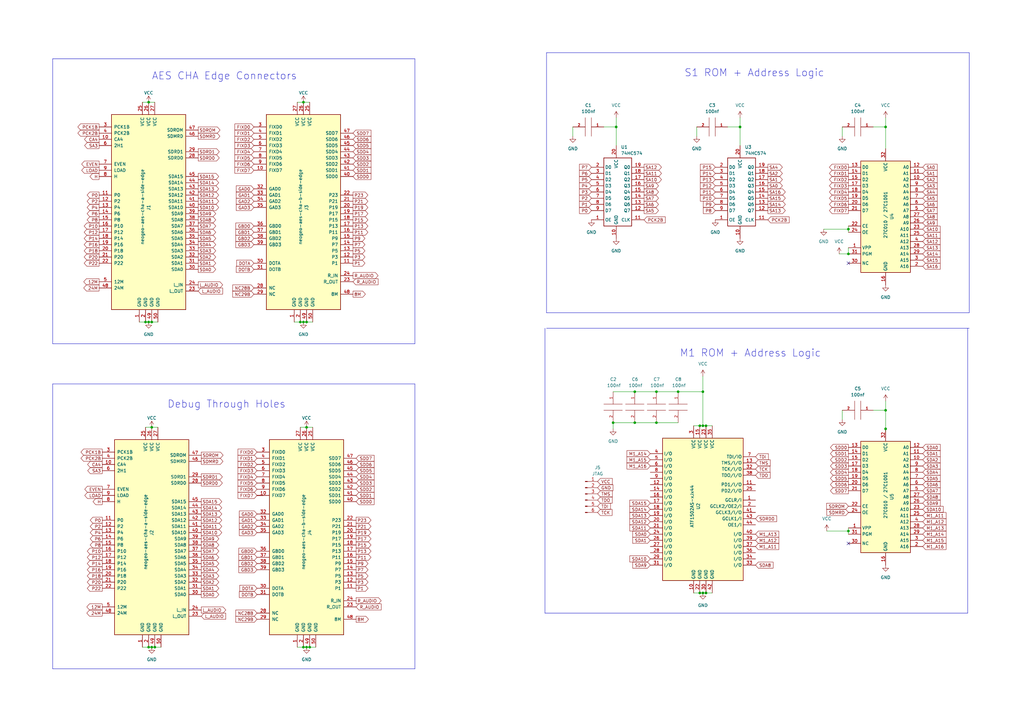
<source format=kicad_sch>
(kicad_sch (version 20230121) (generator eeschema)
  (paper "A3")
  (title_block (title "Neo Gep Diag AES CHA Board (ATF1502AS PLCC44)") (date "${REV}") (rev "${REV}"))
  (junction (at 60.96 132.08))
  (junction (at 289.56 174.625))
  (junction (at 62.23 175.26))
  (junction (at 124.46 265.43))
  (junction (at 127 265.43))
  (junction (at 287.02 174.625))
  (junction (at 62.23 132.08))
  (junction (at 363.22 168.275))
  (junction (at 125.73 132.08))
  (junction (at 269.24 160.655))
  (junction (at 123.19 132.08))
  (junction (at 269.24 173.355))
  (junction (at 124.46 41.91))
  (junction (at 278.13 160.655))
  (junction (at 62.23 265.43))
  (junction (at 289.56 243.205))
  (junction (at 363.22 175.895))
  (junction (at 125.73 265.43))
  (junction (at 260.35 160.655))
  (junction (at 363.22 52.07))
  (junction (at 347.98 104.14))
  (junction (at 63.5 265.43))
  (junction (at 60.96 41.91))
  (junction (at 125.73 175.26))
  (junction (at 288.29 160.655))
  (junction (at 288.29 174.625))
  (junction (at 59.69 132.08))
  (junction (at 60.96 265.43))
  (junction (at 260.35 173.355))
  (junction (at 252.73 52.07))
  (junction (at 347.98 93.98))
  (junction (at 303.53 52.07))
  (junction (at 287.02 243.205))
  (junction (at 251.46 173.355))
  (junction (at 124.46 132.08))
  (junction (at 347.98 217.805))
  (junction (at 288.29 243.205))
  (no_connect (at 347.98 107.95))
  (no_connect (at 347.98 222.885))
  (wire (pts (xy 288.29 243.205) (xy 289.56 243.205)))
  (wire (pts (xy 337.82 93.98) (xy 347.98 93.98)))
  (wire (pts (xy 60.96 265.43) (xy 62.23 265.43)))
  (wire (pts (xy 269.24 160.655) (xy 278.13 160.655)))
  (wire (pts (xy 339.09 217.805) (xy 347.98 217.805)))
  (wire (pts (xy 260.35 160.655) (xy 269.24 160.655)))
  (wire (pts (xy 358.14 168.275) (xy 363.22 168.275)))
  (wire (pts (xy 298.45 52.07) (xy 303.53 52.07)))
  (wire (pts (xy 287.02 174.625) (xy 288.29 174.625)))
  (polyline (pts (xy 170.18 274.32) (xy 21.59 274.32)) (stroke (width 0) (type solid)))
  (polyline (pts (xy 223.52 251.46) (xy 396.875 251.46)) (stroke (width 0) (type solid)))
  (wire (pts (xy 344.17 104.14) (xy 347.98 104.14)))
  (wire (pts (xy 121.92 265.43) (xy 124.46 265.43)))
  (wire (pts (xy 251.46 160.655) (xy 260.35 160.655)))
  (wire (pts (xy 58.42 41.91) (xy 60.96 41.91)))
  (wire (pts (xy 58.42 265.43) (xy 60.96 265.43)))
  (wire (pts (xy 63.5 265.43) (xy 66.04 265.43)))
  (wire (pts (xy 124.46 265.43) (xy 125.73 265.43)))
  (wire (pts (xy 363.22 164.465) (xy 363.22 168.275)))
  (wire (pts (xy 127 265.43) (xy 129.54 265.43)))
  (polyline (pts (xy 224.155 134.62) (xy 397.51 134.62)) (stroke (width 0) (type solid)))
  (wire (pts (xy 288.29 160.655) (xy 288.29 174.625)))
  (polyline (pts (xy 21.59 24.13) (xy 170.18 24.13)) (stroke (width 0) (type solid)))
  (wire (pts (xy 287.02 243.205) (xy 288.29 243.205)))
  (wire (pts (xy 60.96 41.91) (xy 63.5 41.91)))
  (polyline (pts (xy 224.155 128.27) (xy 224.155 21.59)) (stroke (width 0) (type solid)))
  (wire (pts (xy 123.19 132.08) (xy 124.46 132.08)))
  (wire (pts (xy 289.56 174.625) (xy 292.1 174.625)))
  (wire (pts (xy 247.65 52.07) (xy 252.73 52.07)))
  (wire (pts (xy 269.24 173.355) (xy 278.13 173.355)))
  (polyline (pts (xy 170.18 24.13) (xy 170.18 140.97)) (stroke (width 0) (type solid)))
  (polyline (pts (xy 21.59 157.48) (xy 170.18 157.48)) (stroke (width 0) (type solid)))
  (wire (pts (xy 347.98 101.6) (xy 347.98 104.14)))
  (wire (pts (xy 345.44 168.275) (xy 345.44 172.085)))
  (wire (pts (xy 358.14 52.07) (xy 363.22 52.07)))
  (wire (pts (xy 260.35 173.355) (xy 269.24 173.355)))
  (wire (pts (xy 120.65 132.08) (xy 123.19 132.08)))
  (wire (pts (xy 251.46 173.355) (xy 251.46 175.895)))
  (wire (pts (xy 345.44 52.07) (xy 345.44 55.88)))
  (wire (pts (xy 278.13 160.655) (xy 288.29 160.655)))
  (wire (pts (xy 62.23 265.43) (xy 63.5 265.43)))
  (wire (pts (xy 347.98 216.535) (xy 347.98 217.805)))
  (wire (pts (xy 284.48 243.205) (xy 287.02 243.205)))
  (wire (pts (xy 347.98 93.98) (xy 347.98 95.25)))
  (wire (pts (xy 363.22 48.26) (xy 363.22 52.07)))
  (polyline (pts (xy 170.18 157.48) (xy 170.18 274.32)) (stroke (width 0) (type solid)))
  (wire (pts (xy 363.22 175.895) (xy 363.22 177.165)))
  (wire (pts (xy 57.15 132.08) (xy 59.69 132.08)))
  (wire (pts (xy 124.46 132.08) (xy 125.73 132.08)))
  (wire (pts (xy 284.48 174.625) (xy 287.02 174.625)))
  (polyline (pts (xy 224.155 21.59) (xy 397.51 21.59)) (stroke (width 0) (type solid)))
  (wire (pts (xy 234.95 52.07) (xy 234.95 55.88)))
  (polyline (pts (xy 397.51 128.27) (xy 397.51 21.59)) (stroke (width 0) (type solid)))
  (wire (pts (xy 363.22 168.275) (xy 363.22 175.895)))
  (polyline (pts (xy 21.59 24.13) (xy 21.59 140.97)) (stroke (width 0) (type solid)))
  (wire (pts (xy 62.23 132.08) (xy 64.77 132.08)))
  (wire (pts (xy 288.29 154.305) (xy 288.29 160.655)))
  (wire (pts (xy 125.73 175.26) (xy 128.27 175.26)))
  (wire (pts (xy 125.73 265.43) (xy 127 265.43)))
  (wire (pts (xy 60.96 132.08) (xy 62.23 132.08)))
  (wire (pts (xy 251.46 173.355) (xy 260.35 173.355)))
  (wire (pts (xy 62.23 175.26) (xy 64.77 175.26)))
  (wire (pts (xy 121.92 41.91) (xy 124.46 41.91)))
  (wire (pts (xy 303.53 52.07) (xy 303.53 59.69)))
  (polyline (pts (xy 396.875 251.46) (xy 396.875 134.62)) (stroke (width 0) (type solid)))
  (polyline (pts (xy 224.155 128.27) (xy 397.51 128.27)) (stroke (width 0) (type solid)))
  (wire (pts (xy 289.56 243.205) (xy 292.1 243.205)))
  (wire (pts (xy 285.75 52.07) (xy 285.75 55.88)))
  (wire (pts (xy 347.98 217.805) (xy 347.98 219.075)))
  (wire (pts (xy 123.19 175.26) (xy 125.73 175.26)))
  (wire (pts (xy 125.73 132.08) (xy 128.27 132.08)))
  (polyline (pts (xy 170.18 140.97) (xy 21.59 140.97)) (stroke (width 0) (type solid)))
  (wire (pts (xy 303.53 48.26) (xy 303.53 52.07)))
  (wire (pts (xy 363.22 52.07) (xy 363.22 60.96)))
  (polyline (pts (xy 223.52 251.46) (xy 223.52 134.62)) (stroke (width 0) (type solid)))
  (wire (pts (xy 59.69 132.08) (xy 60.96 132.08)))
  (polyline (pts (xy 21.59 157.48) (xy 21.59 274.32)) (stroke (width 0) (type solid)))
  (wire (pts (xy 347.98 92.71) (xy 347.98 93.98)))
  (wire (pts (xy 252.73 48.26) (xy 252.73 52.07)))
  (wire (pts (xy 288.29 174.625) (xy 289.56 174.625)))
  (wire (pts (xy 252.73 52.07) (xy 252.73 59.69)))
  (wire (pts (xy 124.46 41.91) (xy 127 41.91)))
  (wire (pts (xy 59.69 175.26) (xy 62.23 175.26)))
  (text "S1 ROM + Address Logic" (at 280.67 31.75 0) (effects (font (size 3 3)) (justify left bottom)))
  (text "M1 ROM + Address Logic" (at 278.765 146.685 0) (effects (font (size 3 3)) (justify left bottom)))
  (text "Debug Through Holes" (at 68.58 167.64 0) (effects (font (size 3 3)) (justify left bottom)))
  (text "AES CHA Edge Connectors" (at 62.23 33.02 0) (effects (font (size 3 3)) (justify left bottom)))
  (global_label "SDRD0" (shape output) (at 82.55 198.12 0) (property "Intersheetrefs" "${INTERSHEET_REFS}" (effects hide)))
  (global_label "TCK" (shape input) (at 245.11 210.185 0) (property "Intersheetrefs" "${INTERSHEET_REFS}" (effects hide)))
  (global_label "PCK2B" (shape input) (at 264.16 90.17 0) (property "Intersheetrefs" "${INTERSHEET_REFS}" (effects hide)))
  (global_label "FIXD4" (shape output) (at 347.98 78.74 180) (property "Intersheetrefs" "${INTERSHEET_REFS}" (effects hide)))
  (global_label "GAD1" (shape input) (at 105.41 213.36 180) (property "Intersheetrefs" "${INTERSHEET_REFS}" (effects hide)))
  (global_label "P5" (shape output) (at 144.78 102.87 0) (property "Intersheetrefs" "${INTERSHEET_REFS}" (effects hide)))
  (global_label "SA13" (shape output) (at 314.96 86.36 0) (property "Intersheetrefs" "${INTERSHEET_REFS}" (effects hide)))
  (global_label "P6" (shape output) (at 40.64 87.63 180) (property "Intersheetrefs" "${INTERSHEET_REFS}" (effects hide)))
  (global_label "P12" (shape output) (at 40.64 95.25 180) (property "Intersheetrefs" "${INTERSHEET_REFS}" (effects hide)))
  (global_label "R_AUDIO" (shape output) (at 144.78 113.03 0) (property "Intersheetrefs" "${INTERSHEET_REFS}" (effects hide)))
  (global_label "SA11" (shape input) (at 378.46 96.52 0) (property "Intersheetrefs" "${INTERSHEET_REFS}" (effects hide)))
  (global_label "DOTB" (shape input) (at 105.41 243.84 180) (property "Intersheetrefs" "${INTERSHEET_REFS}" (effects hide)))
  (global_label "SDD0" (shape input) (at 144.78 72.39 0) (property "Intersheetrefs" "${INTERSHEET_REFS}" (effects hide)))
  (global_label "SDMRD" (shape output) (at 81.28 55.88 0) (property "Intersheetrefs" "${INTERSHEET_REFS}" (effects hide)))
  (global_label "SA1" (shape output) (at 314.96 73.66 0) (property "Intersheetrefs" "${INTERSHEET_REFS}" (effects hide)))
  (global_label "P4" (shape input) (at 242.57 76.2 180) (property "Intersheetrefs" "${INTERSHEET_REFS}" (effects hide)))
  (global_label "M1_A16" (shape input) (at 266.7 191.135 180) (property "Intersheetrefs" "${INTERSHEET_REFS}" (effects hide)))
  (global_label "VCC" (shape input) (at 245.11 197.485 0) (property "Intersheetrefs" "${INTERSHEET_REFS}" (effects hide)))
  (global_label "GBD3" (shape input) (at 105.41 233.68 180) (property "Intersheetrefs" "${INTERSHEET_REFS}" (effects hide)))
  (global_label "H" (shape output) (at 40.64 72.39 180) (property "Intersheetrefs" "${INTERSHEET_REFS}" (effects hide)))
  (global_label "P20" (shape output) (at 41.91 238.76 180) (property "Intersheetrefs" "${INTERSHEET_REFS}" (effects hide)))
  (global_label "GAD3" (shape input) (at 105.41 218.44 180) (property "Intersheetrefs" "${INTERSHEET_REFS}" (effects hide)))
  (global_label "TDI" (shape input) (at 309.88 187.325 0) (property "Intersheetrefs" "${INTERSHEET_REFS}" (effects hide)))
  (global_label "SA6" (shape output) (at 264.16 83.82 0) (property "Intersheetrefs" "${INTERSHEET_REFS}" (effects hide)))
  (global_label "GBD1" (shape input) (at 105.41 228.6 180) (property "Intersheetrefs" "${INTERSHEET_REFS}" (effects hide)))
  (global_label "SDD3" (shape input) (at 146.05 198.12 0) (property "Intersheetrefs" "${INTERSHEET_REFS}" (effects hide)))
  (global_label "SA14" (shape output) (at 314.96 83.82 0) (property "Intersheetrefs" "${INTERSHEET_REFS}" (effects hide)))
  (global_label "SA11" (shape output) (at 264.16 71.12 0) (property "Intersheetrefs" "${INTERSHEET_REFS}" (effects hide)))
  (global_label "SA2" (shape output) (at 314.96 71.12 0) (property "Intersheetrefs" "${INTERSHEET_REFS}" (effects hide)))
  (global_label "SDA2" (shape output) (at 82.55 238.76 0) (property "Intersheetrefs" "${INTERSHEET_REFS}" (effects hide)))
  (global_label "DOTA" (shape input) (at 104.14 107.95 180) (property "Intersheetrefs" "${INTERSHEET_REFS}" (effects hide)))
  (global_label "P7" (shape input) (at 242.57 68.58 180) (property "Intersheetrefs" "${INTERSHEET_REFS}" (effects hide)))
  (global_label "SDA15" (shape output) (at 82.55 205.74 0) (property "Intersheetrefs" "${INTERSHEET_REFS}" (effects hide)))
  (global_label "SA15" (shape output) (at 314.96 81.28 0) (property "Intersheetrefs" "${INTERSHEET_REFS}" (effects hide)))
  (global_label "GAD0" (shape input) (at 105.41 210.82 180) (property "Intersheetrefs" "${INTERSHEET_REFS}" (effects hide)))
  (global_label "H" (shape output) (at 41.91 205.74 180) (property "Intersheetrefs" "${INTERSHEET_REFS}" (effects hide)))
  (global_label "P23" (shape output) (at 144.78 80.01 0) (property "Intersheetrefs" "${INTERSHEET_REFS}" (effects hide)))
  (global_label "GAD0" (shape input) (at 104.14 77.47 180) (property "Intersheetrefs" "${INTERSHEET_REFS}" (effects hide)))
  (global_label "SDD0" (shape output) (at 347.98 183.515 180) (property "Intersheetrefs" "${INTERSHEET_REFS}" (effects hide)))
  (global_label "GAD3" (shape input) (at 104.14 85.09 180) (property "Intersheetrefs" "${INTERSHEET_REFS}" (effects hide)))
  (global_label "L_AUDIO" (shape input) (at 81.28 119.38 0) (property "Intersheetrefs" "${INTERSHEET_REFS}" (effects hide)))
  (global_label "GAD2" (shape input) (at 104.14 82.55 180) (property "Intersheetrefs" "${INTERSHEET_REFS}" (effects hide)))
  (global_label "SDA9" (shape input) (at 266.7 231.775 180) (property "Intersheetrefs" "${INTERSHEET_REFS}" (effects hide)))
  (global_label "SDD6" (shape output) (at 347.98 198.755 180) (property "Intersheetrefs" "${INTERSHEET_REFS}" (effects hide)))
  (global_label "NC29B" (shape input) (at 104.14 120.65 180) (property "Intersheetrefs" "${INTERSHEET_REFS}" (effects hide)))
  (global_label "SDA14" (shape output) (at 81.28 74.93 0) (property "Intersheetrefs" "${INTERSHEET_REFS}" (effects hide)))
  (global_label "FIXD1" (shape output) (at 347.98 71.12 180) (property "Intersheetrefs" "${INTERSHEET_REFS}" (effects hide)))
  (global_label "SA3" (shape output) (at 41.91 193.04 180) (property "Intersheetrefs" "${INTERSHEET_REFS}" (effects hide)))
  (global_label "FIXD7" (shape output) (at 347.98 86.36 180) (property "Intersheetrefs" "${INTERSHEET_REFS}" (effects hide)))
  (global_label "SA3" (shape input) (at 378.46 76.2 0) (property "Intersheetrefs" "${INTERSHEET_REFS}" (effects hide)))
  (global_label "SDD7" (shape input) (at 146.05 187.96 0) (property "Intersheetrefs" "${INTERSHEET_REFS}" (effects hide)))
  (global_label "NC29B" (shape input) (at 105.41 254 180) (property "Intersheetrefs" "${INTERSHEET_REFS}" (effects hide)))
  (global_label "M1_A12" (shape input) (at 378.46 213.995 0) (property "Intersheetrefs" "${INTERSHEET_REFS}" (effects hide)))
  (global_label "P12" (shape output) (at 41.91 228.6 180) (property "Intersheetrefs" "${INTERSHEET_REFS}" (effects hide)))
  (global_label "SDA11" (shape output) (at 81.28 82.55 0) (property "Intersheetrefs" "${INTERSHEET_REFS}" (effects hide)))
  (global_label "DOTA" (shape input) (at 105.41 241.3 180) (property "Intersheetrefs" "${INTERSHEET_REFS}" (effects hide)))
  (global_label "FIXD5" (shape input) (at 104.14 64.77 180) (property "Intersheetrefs" "${INTERSHEET_REFS}" (effects hide)))
  (global_label "SDA11" (shape output) (at 82.55 215.9 0) (property "Intersheetrefs" "${INTERSHEET_REFS}" (effects hide)))
  (global_label "SDA0" (shape output) (at 82.55 243.84 0) (property "Intersheetrefs" "${INTERSHEET_REFS}" (effects hide)))
  (global_label "L_AUDIO" (shape input) (at 82.55 252.73 0) (property "Intersheetrefs" "${INTERSHEET_REFS}" (effects hide)))
  (global_label "GBD1" (shape input) (at 104.14 95.25 180) (property "Intersheetrefs" "${INTERSHEET_REFS}" (effects hide)))
  (global_label "SDA9" (shape output) (at 82.55 220.98 0) (property "Intersheetrefs" "${INTERSHEET_REFS}" (effects hide)))
  (global_label "P9" (shape output) (at 146.05 231.14 0) (property "Intersheetrefs" "${INTERSHEET_REFS}" (effects hide)))
  (global_label "P1" (shape output) (at 146.05 241.3 0) (property "Intersheetrefs" "${INTERSHEET_REFS}" (effects hide)))
  (global_label "M1_A15" (shape input) (at 266.7 188.595 180) (property "Intersheetrefs" "${INTERSHEET_REFS}" (effects hide)))
  (global_label "P8" (shape output) (at 41.91 223.52 180) (property "Intersheetrefs" "${INTERSHEET_REFS}" (effects hide)))
  (global_label "EVEN" (shape output) (at 41.91 200.66 180) (property "Intersheetrefs" "${INTERSHEET_REFS}" (effects hide)))
  (global_label "P13" (shape output) (at 144.78 92.71 0) (property "Intersheetrefs" "${INTERSHEET_REFS}" (effects hide)))
  (global_label "SDA10" (shape output) (at 81.28 85.09 0) (property "Intersheetrefs" "${INTERSHEET_REFS}" (effects hide)))
  (global_label "PCK1B" (shape output) (at 40.64 52.07 180) (property "Intersheetrefs" "${INTERSHEET_REFS}" (effects hide)))
  (global_label "FIXD6" (shape input) (at 104.14 67.31 180) (property "Intersheetrefs" "${INTERSHEET_REFS}" (effects hide)))
  (global_label "P7" (shape output) (at 144.78 100.33 0) (property "Intersheetrefs" "${INTERSHEET_REFS}" (effects hide)))
  (global_label "P17" (shape output) (at 144.78 87.63 0) (property "Intersheetrefs" "${INTERSHEET_REFS}" (effects hide)))
  (global_label "P18" (shape output) (at 41.91 236.22 180) (property "Intersheetrefs" "${INTERSHEET_REFS}" (effects hide)))
  (global_label "P10" (shape output) (at 41.91 226.06 180) (property "Intersheetrefs" "${INTERSHEET_REFS}" (effects hide)))
  (global_label "SA13" (shape input) (at 378.46 101.6 0) (property "Intersheetrefs" "${INTERSHEET_REFS}" (effects hide)))
  (global_label "SA4" (shape output) (at 314.96 68.58 0) (property "Intersheetrefs" "${INTERSHEET_REFS}" (effects hide)))
  (global_label "SDA14" (shape input) (at 266.7 208.915 180) (property "Intersheetrefs" "${INTERSHEET_REFS}" (effects hide)))
  (global_label "GAD1" (shape input) (at 104.14 80.01 180) (property "Intersheetrefs" "${INTERSHEET_REFS}" (effects hide)))
  (global_label "P18" (shape output) (at 40.64 102.87 180) (property "Intersheetrefs" "${INTERSHEET_REFS}" (effects hide)))
  (global_label "SDD2" (shape input) (at 146.05 200.66 0) (property "Intersheetrefs" "${INTERSHEET_REFS}" (effects hide)))
  (global_label "SDRD1" (shape output) (at 82.55 195.58 0) (property "Intersheetrefs" "${INTERSHEET_REFS}" (effects hide)))
  (global_label "12M" (shape output) (at 41.91 248.92 180) (property "Intersheetrefs" "${INTERSHEET_REFS}" (effects hide)))
  (global_label "SA2" (shape input) (at 378.46 73.66 0) (property "Intersheetrefs" "${INTERSHEET_REFS}" (effects hide)))
  (global_label "SDA13" (shape input) (at 266.7 211.455 180) (property "Intersheetrefs" "${INTERSHEET_REFS}" (effects hide)))
  (global_label "SDA8" (shape output) (at 81.28 90.17 0) (property "Intersheetrefs" "${INTERSHEET_REFS}" (effects hide)))
  (global_label "P12" (shape input) (at 293.37 76.2 180) (property "Intersheetrefs" "${INTERSHEET_REFS}" (effects hide)))
  (global_label "LOAD" (shape output) (at 40.64 69.85 180) (property "Intersheetrefs" "${INTERSHEET_REFS}" (effects hide)))
  (global_label "P8" (shape output) (at 40.64 90.17 180) (property "Intersheetrefs" "${INTERSHEET_REFS}" (effects hide)))
  (global_label "FIXD4" (shape input) (at 105.41 195.58 180) (property "Intersheetrefs" "${INTERSHEET_REFS}" (effects hide)))
  (global_label "GBD3" (shape input) (at 104.14 100.33 180) (property "Intersheetrefs" "${INTERSHEET_REFS}" (effects hide)))
  (global_label "SDD7" (shape output) (at 347.98 201.295 180) (property "Intersheetrefs" "${INTERSHEET_REFS}" (effects hide)))
  (global_label "SDD1" (shape output) (at 347.98 186.055 180) (property "Intersheetrefs" "${INTERSHEET_REFS}" (effects hide)))
  (global_label "SDMRD" (shape output) (at 82.55 189.23 0) (property "Intersheetrefs" "${INTERSHEET_REFS}" (effects hide)))
  (global_label "SDA1" (shape input) (at 266.7 221.615 180) (property "Intersheetrefs" "${INTERSHEET_REFS}" (effects hide)))
  (global_label "P3" (shape input) (at 242.57 78.74 180) (property "Intersheetrefs" "${INTERSHEET_REFS}" (effects hide)))
  (global_label "SDD0" (shape input) (at 146.05 205.74 0) (property "Intersheetrefs" "${INTERSHEET_REFS}" (effects hide)))
  (global_label "SDA0" (shape output) (at 81.28 110.49 0) (property "Intersheetrefs" "${INTERSHEET_REFS}" (effects hide)))
  (global_label "SDD6" (shape input) (at 146.05 190.5 0) (property "Intersheetrefs" "${INTERSHEET_REFS}" (effects hide)))
  (global_label "SA16" (shape output) (at 314.96 78.74 0) (property "Intersheetrefs" "${INTERSHEET_REFS}" (effects hide)))
  (global_label "FIXD4" (shape input) (at 104.14 62.23 180) (property "Intersheetrefs" "${INTERSHEET_REFS}" (effects hide)))
  (global_label "SDD1" (shape input) (at 144.78 69.85 0) (property "Intersheetrefs" "${INTERSHEET_REFS}" (effects hide)))
  (global_label "SDA14" (shape output) (at 82.55 208.28 0) (property "Intersheetrefs" "${INTERSHEET_REFS}" (effects hide)))
  (global_label "SDA6" (shape output) (at 81.28 95.25 0) (property "Intersheetrefs" "${INTERSHEET_REFS}" (effects hide)))
  (global_label "NC28B" (shape input) (at 104.14 118.11 180) (property "Intersheetrefs" "${INTERSHEET_REFS}" (effects hide)))
  (global_label "P11" (shape output) (at 146.05 228.6 0) (property "Intersheetrefs" "${INTERSHEET_REFS}" (effects hide)))
  (global_label "SDA5" (shape output) (at 81.28 97.79 0) (property "Intersheetrefs" "${INTERSHEET_REFS}" (effects hide)))
  (global_label "FIXD2" (shape output) (at 347.98 73.66 180) (property "Intersheetrefs" "${INTERSHEET_REFS}" (effects hide)))
  (global_label "SDA2" (shape input) (at 378.46 188.595 0) (property "Intersheetrefs" "${INTERSHEET_REFS}" (effects hide)))
  (global_label "SDD3" (shape input) (at 144.78 64.77 0) (property "Intersheetrefs" "${INTERSHEET_REFS}" (effects hide)))
  (global_label "SDA10" (shape output) (at 82.55 218.44 0) (property "Intersheetrefs" "${INTERSHEET_REFS}" (effects hide)))
  (global_label "FIXD5" (shape output) (at 347.98 81.28 180) (property "Intersheetrefs" "${INTERSHEET_REFS}" (effects hide)))
  (global_label "SDA9" (shape output) (at 81.28 87.63 0) (property "Intersheetrefs" "${INTERSHEET_REFS}" (effects hide)))
  (global_label "SDD5" (shape input) (at 144.78 59.69 0) (property "Intersheetrefs" "${INTERSHEET_REFS}" (effects hide)))
  (global_label "SA10" (shape input) (at 378.46 93.98 0) (property "Intersheetrefs" "${INTERSHEET_REFS}" (effects hide)))
  (global_label "SDA3" (shape input) (at 378.46 191.135 0) (property "Intersheetrefs" "${INTERSHEET_REFS}" (effects hide)))
  (global_label "M1_A11" (shape input) (at 309.88 224.155 0) (property "Intersheetrefs" "${INTERSHEET_REFS}" (effects hide)))
  (global_label "SDA8" (shape input) (at 309.88 231.775 0) (property "Intersheetrefs" "${INTERSHEET_REFS}" (effects hide)))
  (global_label "SA15" (shape input) (at 378.46 106.68 0) (property "Intersheetrefs" "${INTERSHEET_REFS}" (effects hide)))
  (global_label "SA9" (shape output) (at 264.16 76.2 0) (property "Intersheetrefs" "${INTERSHEET_REFS}" (effects hide)))
  (global_label "SA9" (shape input) (at 378.46 91.44 0) (property "Intersheetrefs" "${INTERSHEET_REFS}" (effects hide)))
  (global_label "SDA3" (shape output) (at 82.55 236.22 0) (property "Intersheetrefs" "${INTERSHEET_REFS}" (effects hide)))
  (global_label "M1_A14" (shape input) (at 266.7 186.055 180) (property "Intersheetrefs" "${INTERSHEET_REFS}" (effects hide)))
  (global_label "P3" (shape output) (at 144.78 105.41 0) (property "Intersheetrefs" "${INTERSHEET_REFS}" (effects hide)))
  (global_label "SDD1" (shape input) (at 146.05 203.2 0) (property "Intersheetrefs" "${INTERSHEET_REFS}" (effects hide)))
  (global_label "P22" (shape output) (at 41.91 241.3 180) (property "Intersheetrefs" "${INTERSHEET_REFS}" (effects hide)))
  (global_label "TMS" (shape input) (at 245.11 202.565 0) (property "Intersheetrefs" "${INTERSHEET_REFS}" (effects hide)))
  (global_label "TDO" (shape input) (at 309.88 194.945 0) (property "Intersheetrefs" "${INTERSHEET_REFS}" (effects hide)))
  (global_label "P2" (shape output) (at 40.64 82.55 180) (property "Intersheetrefs" "${INTERSHEET_REFS}" (effects hide)))
  (global_label "FIXD3" (shape input) (at 104.14 59.69 180) (property "Intersheetrefs" "${INTERSHEET_REFS}" (effects hide)))
  (global_label "P14" (shape input) (at 293.37 71.12 180) (property "Intersheetrefs" "${INTERSHEET_REFS}" (effects hide)))
  (global_label "24M" (shape output) (at 41.91 251.46 180) (property "Intersheetrefs" "${INTERSHEET_REFS}" (effects hide)))
  (global_label "M1_A13" (shape input) (at 378.46 216.535 0) (property "Intersheetrefs" "${INTERSHEET_REFS}" (effects hide)))
  (global_label "SA5" (shape input) (at 378.46 81.28 0) (property "Intersheetrefs" "${INTERSHEET_REFS}" (effects hide)))
  (global_label "R_AUDIO" (shape input) (at 144.78 115.57 0) (property "Intersheetrefs" "${INTERSHEET_REFS}" (effects hide)))
  (global_label "SA8" (shape output) (at 264.16 78.74 0) (property "Intersheetrefs" "${INTERSHEET_REFS}" (effects hide)))
  (global_label "P4" (shape output) (at 41.91 218.44 180) (property "Intersheetrefs" "${INTERSHEET_REFS}" (effects hide)))
  (global_label "SA4" (shape input) (at 378.46 78.74 0) (property "Intersheetrefs" "${INTERSHEET_REFS}" (effects hide)))
  (global_label "SDA1" (shape input) (at 378.46 186.055 0) (property "Intersheetrefs" "${INTERSHEET_REFS}" (effects hide)))
  (global_label "FIXD1" (shape input) (at 105.41 187.96 180) (property "Intersheetrefs" "${INTERSHEET_REFS}" (effects hide)))
  (global_label "SDA7" (shape input) (at 378.46 201.295 0) (property "Intersheetrefs" "${INTERSHEET_REFS}" (effects hide)))
  (global_label "PCK1B" (shape output) (at 41.91 185.42 180) (property "Intersheetrefs" "${INTERSHEET_REFS}" (effects hide)))
  (global_label "P19" (shape output) (at 144.78 85.09 0) (property "Intersheetrefs" "${INTERSHEET_REFS}" (effects hide)))
  (global_label "P13" (shape input) (at 293.37 73.66 180) (property "Intersheetrefs" "${INTERSHEET_REFS}" (effects hide)))
  (global_label "TMS" (shape input) (at 309.88 189.865 0) (property "Intersheetrefs" "${INTERSHEET_REFS}" (effects hide)))
  (global_label "SA6" (shape input) (at 378.46 83.82 0) (property "Intersheetrefs" "${INTERSHEET_REFS}" (effects hide)))
  (global_label "SDA6" (shape output) (at 82.55 228.6 0) (property "Intersheetrefs" "${INTERSHEET_REFS}" (effects hide)))
  (global_label "SA10" (shape output) (at 264.16 73.66 0) (property "Intersheetrefs" "${INTERSHEET_REFS}" (effects hide)))
  (global_label "PCK2B" (shape output) (at 41.91 187.96 180) (property "Intersheetrefs" "${INTERSHEET_REFS}" (effects hide)))
  (global_label "FIXD5" (shape input) (at 105.41 198.12 180) (property "Intersheetrefs" "${INTERSHEET_REFS}" (effects hide)))
  (global_label "P16" (shape output) (at 41.91 233.68 180) (property "Intersheetrefs" "${INTERSHEET_REFS}" (effects hide)))
  (global_label "SDRD1" (shape output) (at 81.28 62.23 0) (property "Intersheetrefs" "${INTERSHEET_REFS}" (effects hide)))
  (global_label "M1_A11" (shape input) (at 378.46 211.455 0) (property "Intersheetrefs" "${INTERSHEET_REFS}" (effects hide)))
  (global_label "SDROM" (shape output) (at 82.55 186.69 0) (property "Intersheetrefs" "${INTERSHEET_REFS}" (effects hide)))
  (global_label "24M" (shape output) (at 40.64 118.11 180) (property "Intersheetrefs" "${INTERSHEET_REFS}" (effects hide)))
  (global_label "SDA2" (shape output) (at 81.28 105.41 0) (property "Intersheetrefs" "${INTERSHEET_REFS}" (effects hide)))
  (global_label "SDMRD" (shape input) (at 347.98 210.185 180) (property "Intersheetrefs" "${INTERSHEET_REFS}" (effects hide)))
  (global_label "SDA5" (shape input) (at 378.46 196.215 0) (property "Intersheetrefs" "${INTERSHEET_REFS}" (effects hide)))
  (global_label "P22" (shape output) (at 40.64 107.95 180) (property "Intersheetrefs" "${INTERSHEET_REFS}" (effects hide)))
  (global_label "NC28B" (shape input) (at 105.41 251.46 180) (property "Intersheetrefs" "${INTERSHEET_REFS}" (effects hide)))
  (global_label "FIXD7" (shape input) (at 104.14 69.85 180) (property "Intersheetrefs" "${INTERSHEET_REFS}" (effects hide)))
  (global_label "SA7" (shape input) (at 378.46 86.36 0) (property "Intersheetrefs" "${INTERSHEET_REFS}" (effects hide)))
  (global_label "GBD2" (shape input) (at 105.41 231.14 180) (property "Intersheetrefs" "${INTERSHEET_REFS}" (effects hide)))
  (global_label "SA1" (shape input) (at 378.46 71.12 0) (property "Intersheetrefs" "${INTERSHEET_REFS}" (effects hide)))
  (global_label "SDA8" (shape output) (at 82.55 223.52 0) (property "Intersheetrefs" "${INTERSHEET_REFS}" (effects hide)))
  (global_label "P16" (shape output) (at 40.64 100.33 180) (property "Intersheetrefs" "${INTERSHEET_REFS}" (effects hide)))
  (global_label "SDA10" (shape input) (at 378.46 208.915 0) (property "Intersheetrefs" "${INTERSHEET_REFS}" (effects hide)))
  (global_label "SDA12" (shape output) (at 82.55 213.36 0) (property "Intersheetrefs" "${INTERSHEET_REFS}" (effects hide)))
  (global_label "SDA9" (shape input) (at 378.46 206.375 0) (property "Intersheetrefs" "${INTERSHEET_REFS}" (effects hide)))
  (global_label "P17" (shape output) (at 146.05 220.98 0) (property "Intersheetrefs" "${INTERSHEET_REFS}" (effects hide)))
  (global_label "SDA4" (shape output) (at 82.55 233.68 0) (property "Intersheetrefs" "${INTERSHEET_REFS}" (effects hide)))
  (global_label "GND" (shape input) (at 245.11 200.025 0) (property "Intersheetrefs" "${INTERSHEET_REFS}" (effects hide)))
  (global_label "SDA0" (shape input) (at 378.46 183.515 0) (property "Intersheetrefs" "${INTERSHEET_REFS}" (effects hide)))
  (global_label "P6" (shape output) (at 41.91 220.98 180) (property "Intersheetrefs" "${INTERSHEET_REFS}" (effects hide)))
  (global_label "SDA4" (shape input) (at 378.46 193.675 0) (property "Intersheetrefs" "${INTERSHEET_REFS}" (effects hide)))
  (global_label "P21" (shape output) (at 146.05 215.9 0) (property "Intersheetrefs" "${INTERSHEET_REFS}" (effects hide)))
  (global_label "SDA10" (shape input) (at 266.7 229.235 180) (property "Intersheetrefs" "${INTERSHEET_REFS}" (effects hide)))
  (global_label "P13" (shape output) (at 146.05 226.06 0) (property "Intersheetrefs" "${INTERSHEET_REFS}" (effects hide)))
  (global_label "SDA7" (shape output) (at 81.28 92.71 0) (property "Intersheetrefs" "${INTERSHEET_REFS}" (effects hide)))
  (global_label "SDROM" (shape output) (at 81.28 53.34 0) (property "Intersheetrefs" "${INTERSHEET_REFS}" (effects hide)))
  (global_label "SA12" (shape output) (at 264.16 68.58 0) (property "Intersheetrefs" "${INTERSHEET_REFS}" (effects hide)))
  (global_label "SDA4" (shape output) (at 81.28 100.33 0) (property "Intersheetrefs" "${INTERSHEET_REFS}" (effects hide)))
  (global_label "SDD5" (shape output) (at 347.98 196.215 180) (property "Intersheetrefs" "${INTERSHEET_REFS}" (effects hide)))
  (global_label "P14" (shape output) (at 40.64 97.79 180) (property "Intersheetrefs" "${INTERSHEET_REFS}" (effects hide)))
  (global_label "P3" (shape output) (at 146.05 238.76 0) (property "Intersheetrefs" "${INTERSHEET_REFS}" (effects hide)))
  (global_label "DOTB" (shape input) (at 104.14 110.49 180) (property "Intersheetrefs" "${INTERSHEET_REFS}" (effects hide)))
  (global_label "SDA0" (shape input) (at 266.7 219.075 180) (property "Intersheetrefs" "${INTERSHEET_REFS}" (effects hide)))
  (global_label "SDRD0" (shape output) (at 81.28 64.77 0) (property "Intersheetrefs" "${INTERSHEET_REFS}" (effects hide)))
  (global_label "P2" (shape output) (at 41.91 215.9 180) (property "Intersheetrefs" "${INTERSHEET_REFS}" (effects hide)))
  (global_label "P11" (shape input) (at 293.37 78.74 180) (property "Intersheetrefs" "${INTERSHEET_REFS}" (effects hide)))
  (global_label "SA0" (shape output) (at 314.96 76.2 0) (property "Intersheetrefs" "${INTERSHEET_REFS}" (effects hide)))
  (global_label "SDA1" (shape output) (at 82.55 241.3 0) (property "Intersheetrefs" "${INTERSHEET_REFS}" (effects hide)))
  (global_label "SA5" (shape output) (at 264.16 86.36 0) (property "Intersheetrefs" "${INTERSHEET_REFS}" (effects hide)))
  (global_label "P21" (shape output) (at 144.78 82.55 0) (property "Intersheetrefs" "${INTERSHEET_REFS}" (effects hide)))
  (global_label "L_AUDIO" (shape output) (at 81.28 116.84 0) (property "Intersheetrefs" "${INTERSHEET_REFS}" (effects hide)))
  (global_label "SDRD0" (shape input) (at 309.88 212.725 0) (property "Intersheetrefs" "${INTERSHEET_REFS}" (effects hide)))
  (global_label "GBD0" (shape input) (at 104.14 92.71 180) (property "Intersheetrefs" "${INTERSHEET_REFS}" (effects hide)))
  (global_label "FIXD2" (shape input) (at 104.14 57.15 180) (property "Intersheetrefs" "${INTERSHEET_REFS}" (effects hide)))
  (global_label "P9" (shape input) (at 293.37 83.82 180) (property "Intersheetrefs" "${INTERSHEET_REFS}" (effects hide)))
  (global_label "SDD2" (shape output) (at 347.98 188.595 180) (property "Intersheetrefs" "${INTERSHEET_REFS}" (effects hide)))
  (global_label "P0" (shape input) (at 242.57 86.36 180) (property "Intersheetrefs" "${INTERSHEET_REFS}" (effects hide)))
  (global_label "M1_A12" (shape input) (at 309.88 221.615 0) (property "Intersheetrefs" "${INTERSHEET_REFS}" (effects hide)))
  (global_label "FIXD6" (shape input) (at 105.41 200.66 180) (property "Intersheetrefs" "${INTERSHEET_REFS}" (effects hide)))
  (global_label "SDA6" (shape input) (at 378.46 198.755 0) (property "Intersheetrefs" "${INTERSHEET_REFS}" (effects hide)))
  (global_label "P15" (shape output) (at 146.05 223.52 0) (property "Intersheetrefs" "${INTERSHEET_REFS}" (effects hide)))
  (global_label "P10" (shape input) (at 293.37 81.28 180) (property "Intersheetrefs" "${INTERSHEET_REFS}" (effects hide)))
  (global_label "P11" (shape output) (at 144.78 95.25 0) (property "Intersheetrefs" "${INTERSHEET_REFS}" (effects hide)))
  (global_label "FIXD0" (shape input) (at 104.14 52.07 180) (property "Intersheetrefs" "${INTERSHEET_REFS}" (effects hide)))
  (global_label "SA3" (shape output) (at 40.64 59.69 180) (property "Intersheetrefs" "${INTERSHEET_REFS}" (effects hide)))
  (global_label "FIXD6" (shape output) (at 347.98 83.82 180) (property "Intersheetrefs" "${INTERSHEET_REFS}" (effects hide)))
  (global_label "12M" (shape output) (at 40.64 115.57 180) (property "Intersheetrefs" "${INTERSHEET_REFS}" (effects hide)))
  (global_label "P8" (shape input) (at 293.37 86.36 180) (property "Intersheetrefs" "${INTERSHEET_REFS}" (effects hide)))
  (global_label "SDD4" (shape input) (at 144.78 62.23 0) (property "Intersheetrefs" "${INTERSHEET_REFS}" (effects hide)))
  (global_label "P23" (shape output) (at 146.05 213.36 0) (property "Intersheetrefs" "${INTERSHEET_REFS}" (effects hide)))
  (global_label "R_AUDIO" (shape output) (at 146.05 246.38 0) (property "Intersheetrefs" "${INTERSHEET_REFS}" (effects hide)))
  (global_label "FIXD7" (shape input) (at 105.41 203.2 180) (property "Intersheetrefs" "${INTERSHEET_REFS}" (effects hide)))
  (global_label "P9" (shape output) (at 144.78 97.79 0) (property "Intersheetrefs" "${INTERSHEET_REFS}" (effects hide)))
  (global_label "GBD0" (shape input) (at 105.41 226.06 180) (property "Intersheetrefs" "${INTERSHEET_REFS}" (effects hide)))
  (global_label "SDA8" (shape input) (at 378.46 203.835 0) (property "Intersheetrefs" "${INTERSHEET_REFS}" (effects hide)))
  (global_label "P14" (shape output) (at 41.91 231.14 180) (property "Intersheetrefs" "${INTERSHEET_REFS}" (effects hide)))
  (global_label "FIXD3" (shape input) (at 105.41 193.04 180) (property "Intersheetrefs" "${INTERSHEET_REFS}" (effects hide)))
  (global_label "M1_A14" (shape input) (at 378.46 219.075 0) (property "Intersheetrefs" "${INTERSHEET_REFS}" (effects hide)))
  (global_label "SDD4" (shape output) (at 347.98 193.675 180) (property "Intersheetrefs" "${INTERSHEET_REFS}" (effects hide)))
  (global_label "SDA3" (shape output) (at 81.28 102.87 0) (property "Intersheetrefs" "${INTERSHEET_REFS}" (effects hide)))
  (global_label "EVEN" (shape output) (at 40.64 67.31 180) (property "Intersheetrefs" "${INTERSHEET_REFS}" (effects hide)))
  (global_label "P7" (shape output) (at 146.05 233.68 0) (property "Intersheetrefs" "${INTERSHEET_REFS}" (effects hide)))
  (global_label "SDA15" (shape output) (at 81.28 72.39 0) (property "Intersheetrefs" "${INTERSHEET_REFS}" (effects hide)))
  (global_label "P6" (shape input) (at 242.57 71.12 180) (property "Intersheetrefs" "${INTERSHEET_REFS}" (effects hide)))
  (global_label "P20" (shape output) (at 40.64 105.41 180) (property "Intersheetrefs" "${INTERSHEET_REFS}" (effects hide)))
  (global_label "SDD6" (shape input) (at 144.78 57.15 0) (property "Intersheetrefs" "${INTERSHEET_REFS}" (effects hide)))
  (global_label "CA4" (shape output) (at 41.91 190.5 180) (property "Intersheetrefs" "${INTERSHEET_REFS}" (effects hide)))
  (global_label "CA4" (shape output) (at 40.64 57.15 180) (property "Intersheetrefs" "${INTERSHEET_REFS}" (effects hide)))
  (global_label "TDO" (shape input) (at 245.11 205.105 0) (property "Intersheetrefs" "${INTERSHEET_REFS}" (effects hide)))
  (global_label "SA14" (shape input) (at 378.46 104.14 0) (property "Intersheetrefs" "${INTERSHEET_REFS}" (effects hide)))
  (global_label "P1" (shape output) (at 144.78 107.95 0) (property "Intersheetrefs" "${INTERSHEET_REFS}" (effects hide)))
  (global_label "8M" (shape output) (at 146.05 254 0) (property "Intersheetrefs" "${INTERSHEET_REFS}" (effects hide)))
  (global_label "TDI" (shape input) (at 245.11 207.645 0) (property "Intersheetrefs" "${INTERSHEET_REFS}" (effects hide)))
  (global_label "SDD3" (shape output) (at 347.98 191.135 180) (property "Intersheetrefs" "${INTERSHEET_REFS}" (effects hide)))
  (global_label "FIXD0" (shape input) (at 105.41 185.42 180) (property "Intersheetrefs" "${INTERSHEET_REFS}" (effects hide)))
  (global_label "L_AUDIO" (shape output) (at 82.55 250.19 0) (property "Intersheetrefs" "${INTERSHEET_REFS}" (effects hide)))
  (global_label "FIXD1" (shape input) (at 104.14 54.61 180) (property "Intersheetrefs" "${INTERSHEET_REFS}" (effects hide)))
  (global_label "8M" (shape output) (at 144.78 120.65 0) (property "Intersheetrefs" "${INTERSHEET_REFS}" (effects hide)))
  (global_label "SA8" (shape input) (at 378.46 88.9 0) (property "Intersheetrefs" "${INTERSHEET_REFS}" (effects hide)))
  (global_label "TCK" (shape input) (at 309.88 192.405 0) (property "Intersheetrefs" "${INTERSHEET_REFS}" (effects hide)))
  (global_label "P1" (shape input) (at 242.57 83.82 180) (property "Intersheetrefs" "${INTERSHEET_REFS}" (effects hide)))
  (global_label "M1_A16" (shape input) (at 378.46 224.155 0) (property "Intersheetrefs" "${INTERSHEET_REFS}" (effects hide)))
  (global_label "LOAD" (shape output) (at 41.91 203.2 180) (property "Intersheetrefs" "${INTERSHEET_REFS}" (effects hide)))
  (global_label "M1_A13" (shape input) (at 309.88 219.075 0) (property "Intersheetrefs" "${INTERSHEET_REFS}" (effects hide)))
  (global_label "M1_A15" (shape input) (at 378.46 221.615 0) (property "Intersheetrefs" "${INTERSHEET_REFS}" (effects hide)))
  (global_label "SDA7" (shape output) (at 82.55 226.06 0) (property "Intersheetrefs" "${INTERSHEET_REFS}" (effects hide)))
  (global_label "SDA15" (shape input) (at 266.7 206.375 180) (property "Intersheetrefs" "${INTERSHEET_REFS}" (effects hide)))
  (global_label "SDA12" (shape input) (at 266.7 213.995 180) (property "Intersheetrefs" "${INTERSHEET_REFS}" (effects hide)))
  (global_label "P15" (shape input) (at 293.37 68.58 180) (property "Intersheetrefs" "${INTERSHEET_REFS}" (effects hide)))
  (global_label "SDD5" (shape input) (at 146.05 193.04 0) (property "Intersheetrefs" "${INTERSHEET_REFS}" (effects hide)))
  (global_label "FIXD3" (shape output) (at 347.98 76.2 180) (property "Intersheetrefs" "${INTERSHEET_REFS}" (effects hide)))
  (global_label "P5" (shape input) (at 242.57 73.66 180) (property "Intersheetrefs" "${INTERSHEET_REFS}" (effects hide)))
  (global_label "PCK2B" (shape output) (at 40.64 54.61 180) (property "Intersheetrefs" "${INTERSHEET_REFS}" (effects hide)))
  (global_label "P10" (shape output) (at 40.64 92.71 180) (property "Intersheetrefs" "${INTERSHEET_REFS}" (effects hide)))
  (global_label "GBD2" (shape input) (at 104.14 97.79 180) (property "Intersheetrefs" "${INTERSHEET_REFS}" (effects hide)))
  (global_label "P0" (shape output) (at 41.91 213.36 180) (property "Intersheetrefs" "${INTERSHEET_REFS}" (effects hide)))
  (global_label "SDROM" (shape input) (at 347.98 207.645 180) (property "Intersheetrefs" "${INTERSHEET_REFS}" (effects hide)))
  (global_label "P19" (shape output) (at 146.05 218.44 0) (property "Intersheetrefs" "${INTERSHEET_REFS}" (effects hide)))
  (global_label "SDA12" (shape output) (at 81.28 80.01 0) (property "Intersheetrefs" "${INTERSHEET_REFS}" (effects hide)))
  (global_label "SDA5" (shape output) (at 82.55 231.14 0) (property "Intersheetrefs" "${INTERSHEET_REFS}" (effects hide)))
  (global_label "SDA11" (shape input) (at 266.7 216.535 180) (property "Intersheetrefs" "${INTERSHEET_REFS}" (effects hide)))
  (global_label "SA0" (shape input) (at 378.46 68.58 0) (property "Intersheetrefs" "${INTERSHEET_REFS}" (effects hide)))
  (global_label "SA12" (shape input) (at 378.46 99.06 0) (property "Intersheetrefs" "${INTERSHEET_REFS}" (effects hide)))
  (global_label "SDD2" (shape input) (at 144.78 67.31 0) (property "Intersheetrefs" "${INTERSHEET_REFS}" (effects hide)))
  (global_label "P15" (shape output) (at 144.78 90.17 0) (property "Intersheetrefs" "${INTERSHEET_REFS}" (effects hide)))
  (global_label "P4" (shape output) (at 40.64 85.09 180) (property "Intersheetrefs" "${INTERSHEET_REFS}" (effects hide)))
  (global_label "SDA13" (shape output) (at 81.28 77.47 0) (property "Intersheetrefs" "${INTERSHEET_REFS}" (effects hide)))
  (global_label "PCK2B" (shape input) (at 314.96 90.17 0) (property "Intersheetrefs" "${INTERSHEET_REFS}" (effects hide)))
  (global_label "SA16" (shape input) (at 378.46 109.22 0) (property "Intersheetrefs" "${INTERSHEET_REFS}" (effects hide)))
  (global_label "SDA1" (shape output) (at 81.28 107.95 0) (property "Intersheetrefs" "${INTERSHEET_REFS}" (effects hide)))
  (global_label "SDD4" (shape input) (at 146.05 195.58 0) (property "Intersheetrefs" "${INTERSHEET_REFS}" (effects hide)))
  (global_label "SDD7" (shape input) (at 144.78 54.61 0) (property "Intersheetrefs" "${INTERSHEET_REFS}" (effects hide)))
  (global_label "P0" (shape output) (at 40.64 80.01 180) (property "Intersheetrefs" "${INTERSHEET_REFS}" (effects hide)))
  (global_label "P5" (shape output) (at 146.05 236.22 0) (property "Intersheetrefs" "${INTERSHEET_REFS}" (effects hide)))
  (global_label "R_AUDIO" (shape input) (at 146.05 248.92 0) (property "Intersheetrefs" "${INTERSHEET_REFS}" (effects hide)))
  (global_label "SA7" (shape output) (at 264.16 81.28 0) (property "Intersheetrefs" "${INTERSHEET_REFS}" (effects hide)))
  (global_label "SDA13" (shape output) (at 82.55 210.82 0) (property "Intersheetrefs" "${INTERSHEET_REFS}" (effects hide)))
  (global_label "P2" (shape input) (at 242.57 81.28 180) (property "Intersheetrefs" "${INTERSHEET_REFS}" (effects hide)))
  (global_label "FIXD2" (shape input) (at 105.41 190.5 180) (property "Intersheetrefs" "${INTERSHEET_REFS}" (effects hide)))
  (global_label "FIXD0" (shape output) (at 347.98 68.58 180) (property "Intersheetrefs" "${INTERSHEET_REFS}" (effects hide)))
  (global_label "GAD2" (shape input) (at 105.41 215.9 180) (property "Intersheetrefs" "${INTERSHEET_REFS}" (effects hide)))
  (symbol (lib_id "pspice:CAP") (at 278.13 167.005 0) (mirror y) (unit 1)
    (property "Reference" "C8" (at 276.86 155.575 0) (effects (justify right)))
    (property "Value" "100nf" (at 275.59 158.115 0) (effects (justify right)))
    (property "Footprint" "Capacitor_SMD:C_0805_2012Metric" (effects hide))
  )
  (symbol (lib_id "neogeo-diag:74x574") (at 303.53 78.74 0) (unit 1)
    (property "Reference" "U3" (at 305.4859 60.325 0) (effects (justify left)))
    (property "Value" "74HC574" (at 305.4859 62.865 0) (effects (justify left)))
    (property "Footprint" "Package_SO:SO-20_5.3x12.6mm_P1.27mm" (effects hide))
    (property "Datasheet" "https://www.ti.com/lit/ds/symlink/sn74hc574.pdf" (effects hide))
  )
  (symbol (lib_id "neogeo-diag:ATF1502AS-xJx44") (at 288.29 207.645 0) (unit 1)
    (property "Reference" "U2" (at 286.385 207.645 90))
    (property "Value" "ATF1502AS-xJx44" (at 283.845 207.645 90))
    (property "Footprint" "Package_LCC:PLCC-44_THT-Socket" (effects hide))
    (property "Datasheet" "http://ww1.microchip.com/downloads/en/DeviceDoc/Atmel-0995-CPLD-ATF1502AS(L)-Datasheet.pdf" (effects hide))
  )
  (symbol (lib_id "power:GND") (at 345.44 172.085 0) (unit 1)
    (property "Reference" "#PWR016" (effects hide))
    (property "Value" "GND" (at 345.44 177.165 0))
  )
  (symbol (lib_id "Connector:Conn_01x06_Pin") (at 240.03 202.565 0) (unit 1)
    (property "Reference" "J5" (at 245.11 191.77 0))
    (property "Value" "JTAG" (at 245.11 194.31 0))
    (property "Footprint" "Connector_PinHeader_2.54mm:PinHeader_1x06_P2.54mm_Vertical" (effects hide))
  )
  (symbol (lib_id "power:GND") (at 125.73 265.43 0) (unit 1)
    (property "Reference" "#PWR028" (effects hide))
    (property "Value" "GND" (at 125.73 270.51 0))
  )
  (symbol (lib_id "power:GND") (at 293.37 90.17 0) (unit 1)
    (property "Reference" "#PWR07" (effects hide))
    (property "Value" "GND" (at 293.37 95.25 0))
  )
  (symbol (lib_id "power:VCC") (at 125.73 175.26 0) (unit 1)
    (property "Reference" "#PWR027" (effects hide))
    (property "Value" "VCC" (at 125.73 171.45 0))
  )
  (symbol (lib_id "power:VCC") (at 288.29 154.305 0) (mirror y) (unit 1)
    (property "Reference" "#PWR08" (effects hide))
    (property "Value" "VCC" (at 288.29 149.225 0))
  )
  (symbol (lib_id "neogeo-diag:27C010") (at 363.22 203.835 0) (unit 1)
    (property "Reference" "U5" (at 365.76 205.105 90) (effects (justify left)))
    (property "Value" "27C010 / 27C1001" (at 363.22 212.725 90) (effects (justify left)))
    (property "Footprint" "Package_DIP:DIP-32_W15.24mm_Socket_LongPads" (effects hide))
  )
  (symbol (lib_id "power:VCC") (at 124.46 41.91 0) (unit 1)
    (property "Reference" "#PWR025" (effects hide))
    (property "Value" "VCC" (at 124.46 38.1 0))
  )
  (symbol (lib_id "power:VCC") (at 62.23 175.26 0) (unit 1)
    (property "Reference" "#PWR023" (effects hide))
    (property "Value" "VCC" (at 62.23 171.45 0))
  )
  (symbol (lib_id "power:GND") (at 288.29 243.205 0) (unit 1)
    (property "Reference" "#PWR09" (effects hide))
    (property "Value" "GND" (at 288.29 248.285 0))
  )
  (symbol (lib_id "power:GND") (at 242.57 90.17 0) (unit 1)
    (property "Reference" "#PWR02" (effects hide))
    (property "Value" "GND" (at 242.57 95.25 0))
  )
  (symbol (lib_id "power:VCC") (at 339.09 217.805 0) (mirror y) (unit 1)
    (property "Reference" "#PWR013" (effects hide))
    (property "Value" "VCC" (at 339.09 212.725 0))
  )
  (symbol (lib_id "neogeo-diag:74x574") (at 252.73 78.74 0) (unit 1)
    (property "Reference" "U1" (at 254.6859 60.325 0) (effects (justify left)))
    (property "Value" "74HC574" (at 254.6859 62.865 0) (effects (justify left)))
    (property "Footprint" "Package_SO:SO-20_5.3x12.6mm_P1.27mm" (effects hide))
    (property "Datasheet" "https://www.ti.com/lit/ds/symlink/sn74hc574.pdf" (effects hide))
  )
  (symbol (lib_id "neoge-diag:neogeo-aes-cha-b-side-edge") (at 124.46 85.09 0) (unit 1)
    (property "Reference" "J3" (at 125.73 86.36 90) (effects (justify left)))
    (property "Value" "neogeo-aes-cha-b-side-edge" (at 123.19 100.33 90) (effects (justify left)))
    (property "Footprint" "neogeo-diag:neogeo-aes-b-side-edge" (effects hide))
  )
  (symbol (lib_id "power:GND") (at 363.22 231.775 0) (unit 1)
    (property "Reference" "#PWR020" (effects hide))
    (property "Value" "GND" (at 363.22 236.855 0))
  )
  (symbol (lib_id "pspice:CAP") (at 260.35 167.005 0) (mirror y) (unit 1)
    (property "Reference" "C6" (at 259.08 155.575 0) (effects (justify right)))
    (property "Value" "100nf" (at 257.81 158.115 0) (effects (justify right)))
    (property "Footprint" "Capacitor_SMD:C_0805_2012Metric" (effects hide))
  )
  (symbol (lib_id "pspice:CAP") (at 351.79 168.275 270) (mirror x) (unit 1)
    (property "Reference" "C5" (at 351.79 159.385 90))
    (property "Value" "100nf" (at 351.79 161.925 90))
    (property "Footprint" "Capacitor_SMD:C_0805_2012Metric" (effects hide))
  )
  (symbol (lib_id "pspice:CAP") (at 251.46 167.005 0) (mirror y) (unit 1)
    (property "Reference" "C2" (at 250.19 155.575 0) (effects (justify right)))
    (property "Value" "100nf" (at 248.92 158.115 0) (effects (justify right)))
    (property "Footprint" "Capacitor_SMD:C_0805_2012Metric" (effects hide))
  )
  (symbol (lib_id "power:VCC") (at 252.73 48.26 0) (mirror y) (unit 1)
    (property "Reference" "#PWR03" (effects hide))
    (property "Value" "VCC" (at 252.73 43.18 0))
  )
  (symbol (lib_id "power:VCC") (at 363.22 164.465 0) (mirror y) (unit 1)
    (property "Reference" "#PWR019" (effects hide))
    (property "Value" "VCC" (at 363.22 159.385 0))
  )
  (symbol (lib_id "power:GND") (at 345.44 55.88 0) (unit 1)
    (property "Reference" "#PWR015" (effects hide))
    (property "Value" "GND" (at 345.44 60.96 0))
  )
  (symbol (lib_id "power:VCC") (at 363.22 48.26 0) (mirror y) (unit 1)
    (property "Reference" "#PWR017" (effects hide))
    (property "Value" "VCC" (at 363.22 43.18 0))
  )
  (symbol (lib_id "power:GND") (at 60.96 132.08 0) (unit 1)
    (property "Reference" "#PWR022" (effects hide))
    (property "Value" "GND" (at 60.96 137.16 0))
  )
  (symbol (lib_id "pspice:CAP") (at 241.3 52.07 270) (mirror x) (unit 1)
    (property "Reference" "C1" (at 241.3 43.18 90))
    (property "Value" "100nf" (at 241.3 45.72 90))
    (property "Footprint" "Capacitor_SMD:C_0805_2012Metric" (effects hide))
  )
  (symbol (lib_id "power:VCC") (at 344.17 104.14 0) (mirror y) (unit 1)
    (property "Reference" "#PWR014" (effects hide))
    (property "Value" "VCC" (at 344.17 99.06 0))
  )
  (symbol (lib_id "power:GND") (at 252.73 97.79 0) (unit 1)
    (property "Reference" "#PWR04" (effects hide))
    (property "Value" "GND" (at 252.73 102.87 0))
  )
  (symbol (lib_id "pspice:CAP") (at 351.79 52.07 270) (mirror x) (unit 1)
    (property "Reference" "C4" (at 351.79 43.18 90))
    (property "Value" "100nf" (at 351.79 45.72 90))
    (property "Footprint" "Capacitor_SMD:C_0805_2012Metric" (effects hide))
  )
  (symbol (lib_id "power:GND") (at 363.22 116.84 0) (unit 1)
    (property "Reference" "#PWR018" (effects hide))
    (property "Value" "GND" (at 363.22 121.92 0))
  )
  (symbol (lib_id "pspice:CAP") (at 292.1 52.07 270) (mirror x) (unit 1)
    (property "Reference" "C3" (at 292.1 43.18 90))
    (property "Value" "100nf" (at 292.1 45.72 90))
    (property "Footprint" "Capacitor_SMD:C_0805_2012Metric" (effects hide))
  )
  (symbol (lib_id "power:GND") (at 234.95 55.88 0) (unit 1)
    (property "Reference" "#PWR01" (effects hide))
    (property "Value" "GND" (at 234.95 60.96 0))
  )
  (symbol (lib_id "pspice:CAP") (at 269.24 167.005 0) (mirror y) (unit 1)
    (property "Reference" "C7" (at 267.97 155.575 0) (effects (justify right)))
    (property "Value" "100nf" (at 266.7 158.115 0) (effects (justify right)))
    (property "Footprint" "Capacitor_SMD:C_0805_2012Metric" (effects hide))
  )
  (symbol (lib_id "power:GND") (at 124.46 132.08 0) (unit 1)
    (property "Reference" "#PWR026" (effects hide))
    (property "Value" "GND" (at 124.46 137.16 0))
  )
  (symbol (lib_id "power:GND") (at 251.46 175.895 0) (unit 1)
    (property "Reference" "#PWR05" (effects hide))
    (property "Value" "GND" (at 251.46 180.975 0))
  )
  (symbol (lib_id "power:GND") (at 62.23 265.43 0) (unit 1)
    (property "Reference" "#PWR024" (effects hide))
    (property "Value" "GND" (at 62.23 270.51 0))
  )
  (symbol (lib_id "power:GND") (at 303.53 97.79 0) (unit 1)
    (property "Reference" "#PWR011" (effects hide))
    (property "Value" "GND" (at 303.53 102.87 0))
  )
  (symbol (lib_id "power:GND") (at 285.75 55.88 0) (unit 1)
    (property "Reference" "#PWR06" (effects hide))
    (property "Value" "GND" (at 285.75 60.96 0))
  )
  (symbol (lib_id "neoge-diag:neogeo-aes-cha-b-side-edge") (at 125.73 218.44 0) (unit 1)
    (property "Reference" "J4" (at 127 219.71 90) (effects (justify left)))
    (property "Value" "neogeo-aes-cha-b-side-edge" (at 124.46 233.68 90) (effects (justify left)))
    (property "Footprint" "neogeo-diag:neogeo-aes-edge-test-points" (effects hide))
  )
  (symbol (lib_id "neoge-diag:neogeo-aes-cha-a-side-edge") (at 60.96 85.09 0) (unit 1)
    (property "Reference" "J1" (at 60.96 86.36 90) (effects (justify left)))
    (property "Value" "neogeo-aes-cha-a-side-edge" (at 58.42 100.33 90) (effects (justify left)))
    (property "Footprint" "neogeo-diag:neogeo-aes-a-side-edge" (effects hide))
  )
  (symbol (lib_id "power:VCC") (at 303.53 48.26 0) (mirror y) (unit 1)
    (property "Reference" "#PWR010" (effects hide))
    (property "Value" "VCC" (at 303.53 43.18 0))
  )
  (symbol (lib_id "power:GND") (at 337.82 93.98 0) (unit 1)
    (property "Reference" "#PWR012" (effects hide))
    (property "Value" "GND" (at 337.82 99.06 0))
  )
  (symbol (lib_id "power:VCC") (at 60.96 41.91 0) (unit 1)
    (property "Reference" "#PWR021" (effects hide))
    (property "Value" "VCC" (at 60.96 38.1 0))
  )
  (symbol (lib_id "neoge-diag:neogeo-aes-cha-a-side-edge") (at 62.23 218.44 0) (unit 1)
    (property "Reference" "J2" (at 62.23 219.71 90) (effects (justify left)))
    (property "Value" "neogeo-aes-cha-a-side-edge" (at 59.69 233.68 90) (effects (justify left)))
    (property "Footprint" "neogeo-diag:neogeo-aes-edge-test-points" (effects hide))
  )
  (symbol (lib_id "neogeo-diag:27C010") (at 363.22 88.9 0) (unit 1)
    (property "Reference" "U4" (at 365.76 90.17 90) (effects (justify left)))
    (property "Value" "27C010 / 27C1001" (at 363.22 97.79 90) (effects (justify left)))
    (property "Footprint" "Package_DIP:DIP-32_W15.24mm_Socket_LongPads" (effects hide))
  )
)
</source>
